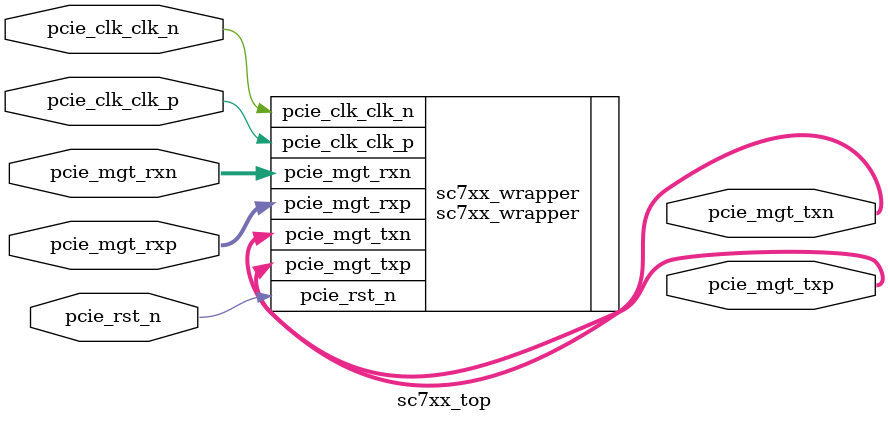
<source format=v>
`timescale 1ns / 1ps


module sc7xx_top(
	input [0:0]  pcie_clk_clk_n,
	input [0:0]  pcie_clk_clk_p,
	input [3:0]  pcie_mgt_rxn,
	input [3:0]  pcie_mgt_rxp,
	output [3:0] pcie_mgt_txn,
	output [3:0] pcie_mgt_txp,
	input        pcie_rst_n
);

	sc7xx_wrapper sc7xx_wrapper(
		.pcie_clk_clk_n(pcie_clk_clk_n),
		.pcie_clk_clk_p(pcie_clk_clk_p),
		.pcie_mgt_rxn(pcie_mgt_rxn),
		.pcie_mgt_rxp(pcie_mgt_rxp),
		.pcie_mgt_txn(pcie_mgt_txn),
		.pcie_mgt_txp(pcie_mgt_txp),
		.pcie_rst_n(pcie_rst_n)
	);

endmodule

</source>
